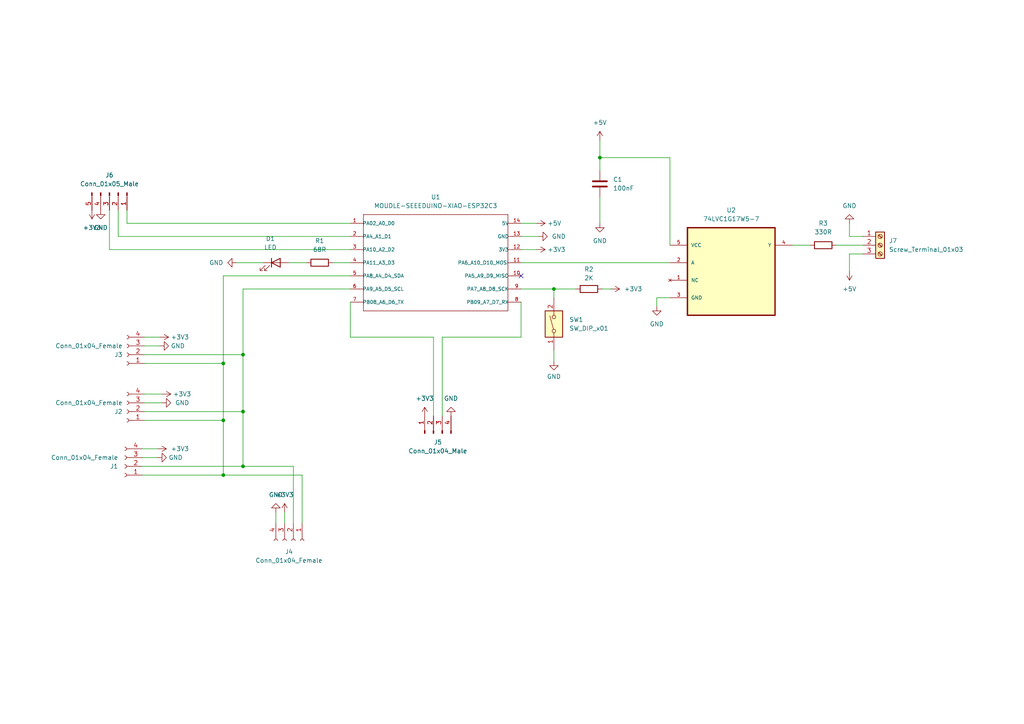
<source format=kicad_sch>
(kicad_sch (version 20211123) (generator eeschema)
  (paper "A4")
  (lib_symbols
    (symbol "74LVC1G17W5-7:74LVC1G17W5-7" (pin_names (offset 1.016))
      (property "Reference" "U" (at -4.78 12.8145 0))
      (property "Value" "74LVC1G17W5-7" (at -4.2714 -19.6026 0))
      (symbol "74LVC1G17W5-7_0_0"
        (rectangle (start -12.7 -15.24) (end 12.7 10.16) (stroke (width 0.4064)) (fill (type background)))
        (pin no_connect line (at -17.78 -5.08 0) (length 5.08) (name "NC") (number "1"))
        (pin input line (at -17.78 0 0) (length 5.08) (name "A") (number "2"))
        (pin passive line (at -17.78 -10.16 0) (length 5.08) (name "GND") (number "3"))
        (pin output line (at 17.78 5.08 180) (length 5.08) (name "Y") (number "4"))
        (pin power_in line (at -17.78 5.08 0) (length 5.08) (name "VCC") (number "5"))
      )
    )
    (symbol "Connector:Conn_01x04_Female" (pin_names (offset 1.016) hide)
      (property "Reference" "J" (at 0 5.08 0))
      (property "Value" "Conn_01x04_Female" (at 0 -7.62 0))
      (symbol "Conn_01x04_Female_1_1"
        (arc (start 0 -4.572) (mid -0.508 -5.08) (end 0 -5.588) (stroke (width 0.1524)))
        (arc (start 0 -2.032) (mid -0.508 -2.54) (end 0 -3.048) (stroke (width 0.1524)))
        (polyline (pts (xy -1.27 -5.08) (xy -0.508 -5.08)) (stroke (width 0.1524)))
        (polyline (pts (xy -1.27 -2.54) (xy -0.508 -2.54)) (stroke (width 0.1524)))
        (polyline (pts (xy -1.27 0) (xy -0.508 0)) (stroke (width 0.1524)))
        (polyline (pts (xy -1.27 2.54) (xy -0.508 2.54)) (stroke (width 0.1524)))
        (arc (start 0 0.508) (mid -0.508 0) (end 0 -0.508) (stroke (width 0.1524)))
        (arc (start 0 3.048) (mid -0.508 2.54) (end 0 2.032) (stroke (width 0.1524)))
        (pin passive line (at -5.08 2.54 0) (length 3.81) (name "Pin_1") (number "1"))
        (pin passive line (at -5.08 0 0) (length 3.81) (name "Pin_2") (number "2"))
        (pin passive line (at -5.08 -2.54 0) (length 3.81) (name "Pin_3") (number "3"))
        (pin passive line (at -5.08 -5.08 0) (length 3.81) (name "Pin_4") (number "4"))
      )
    )
    (symbol "Connector:Conn_01x04_Male" (pin_names (offset 1.016) hide)
      (property "Reference" "J" (at 0 5.08 0))
      (property "Value" "Conn_01x04_Male" (at 0 -7.62 0))
      (symbol "Conn_01x04_Male_1_1"
        (polyline (pts (xy 1.27 -5.08) (xy 0.8636 -5.08)) (stroke (width 0.1524)))
        (polyline (pts (xy 1.27 -2.54) (xy 0.8636 -2.54)) (stroke (width 0.1524)))
        (polyline (pts (xy 1.27 0) (xy 0.8636 0)) (stroke (width 0.1524)))
        (polyline (pts (xy 1.27 2.54) (xy 0.8636 2.54)) (stroke (width 0.1524)))
        (rectangle (start 0.8636 -4.953) (end 0 -5.207) (stroke (width 0.1524)) (fill (type outline)))
        (rectangle (start 0.8636 -2.413) (end 0 -2.667) (stroke (width 0.1524)) (fill (type outline)))
        (rectangle (start 0.8636 0.127) (end 0 -0.127) (stroke (width 0.1524)) (fill (type outline)))
        (rectangle (start 0.8636 2.667) (end 0 2.413) (stroke (width 0.1524)) (fill (type outline)))
        (pin passive line (at 5.08 2.54 180) (length 3.81) (name "Pin_1") (number "1"))
        (pin passive line (at 5.08 0 180) (length 3.81) (name "Pin_2") (number "2"))
        (pin passive line (at 5.08 -2.54 180) (length 3.81) (name "Pin_3") (number "3"))
        (pin passive line (at 5.08 -5.08 180) (length 3.81) (name "Pin_4") (number "4"))
      )
    )
    (symbol "Connector:Conn_01x05_Male" (pin_names (offset 1.016) hide)
      (property "Reference" "J" (at 0 7.62 0))
      (property "Value" "Conn_01x05_Male" (at 0 -7.62 0))
      (symbol "Conn_01x05_Male_1_1"
        (polyline (pts (xy 1.27 -5.08) (xy 0.8636 -5.08)) (stroke (width 0.1524)))
        (polyline (pts (xy 1.27 -2.54) (xy 0.8636 -2.54)) (stroke (width 0.1524)))
        (polyline (pts (xy 1.27 0) (xy 0.8636 0)) (stroke (width 0.1524)))
        (polyline (pts (xy 1.27 2.54) (xy 0.8636 2.54)) (stroke (width 0.1524)))
        (polyline (pts (xy 1.27 5.08) (xy 0.8636 5.08)) (stroke (width 0.1524)))
        (rectangle (start 0.8636 -4.953) (end 0 -5.207) (stroke (width 0.1524)) (fill (type outline)))
        (rectangle (start 0.8636 -2.413) (end 0 -2.667) (stroke (width 0.1524)) (fill (type outline)))
        (rectangle (start 0.8636 0.127) (end 0 -0.127) (stroke (width 0.1524)) (fill (type outline)))
        (rectangle (start 0.8636 2.667) (end 0 2.413) (stroke (width 0.1524)) (fill (type outline)))
        (rectangle (start 0.8636 5.207) (end 0 4.953) (stroke (width 0.1524)) (fill (type outline)))
        (pin passive line (at 5.08 5.08 180) (length 3.81) (name "Pin_1") (number "1"))
        (pin passive line (at 5.08 2.54 180) (length 3.81) (name "Pin_2") (number "2"))
        (pin passive line (at 5.08 0 180) (length 3.81) (name "Pin_3") (number "3"))
        (pin passive line (at 5.08 -2.54 180) (length 3.81) (name "Pin_4") (number "4"))
        (pin passive line (at 5.08 -5.08 180) (length 3.81) (name "Pin_5") (number "5"))
      )
    )
    (symbol "Connector:Screw_Terminal_01x03" (pin_names (offset 1.016) hide)
      (property "Reference" "J" (at 0 5.08 0))
      (property "Value" "Screw_Terminal_01x03" (at 0 -5.08 0))
      (symbol "Screw_Terminal_01x03_1_1"
        (rectangle (start -1.27 3.81) (end 1.27 -3.81) (stroke (width 0.254)) (fill (type background)))
        (circle (center 0 -2.54) (radius 0.635) (stroke (width 0.1524)))
        (polyline (pts (xy -0.5334 -2.2098) (xy 0.3302 -3.048)) (stroke (width 0.1524)))
        (polyline (pts (xy -0.5334 0.3302) (xy 0.3302 -0.508)) (stroke (width 0.1524)))
        (polyline (pts (xy -0.5334 2.8702) (xy 0.3302 2.032)) (stroke (width 0.1524)))
        (polyline (pts (xy -0.3556 -2.032) (xy 0.508 -2.8702)) (stroke (width 0.1524)))
        (polyline (pts (xy -0.3556 0.508) (xy 0.508 -0.3302)) (stroke (width 0.1524)))
        (polyline (pts (xy -0.3556 3.048) (xy 0.508 2.2098)) (stroke (width 0.1524)))
        (circle (center 0 0) (radius 0.635) (stroke (width 0.1524)))
        (circle (center 0 2.54) (radius 0.635) (stroke (width 0.1524)))
        (pin passive line (at -5.08 2.54 0) (length 3.81) (name "Pin_1") (number "1"))
        (pin passive line (at -5.08 0 0) (length 3.81) (name "Pin_2") (number "2"))
        (pin passive line (at -5.08 -2.54 0) (length 3.81) (name "Pin_3") (number "3"))
      )
    )
    (symbol "Device:C" (pin_numbers hide) (pin_names (offset 0.254))
      (property "Reference" "C" (at 0.635 2.54 0))
      (property "Value" "C" (at 0.635 -2.54 0))
      (symbol "C_0_1"
        (polyline (pts (xy -2.032 -0.762) (xy 2.032 -0.762)) (stroke (width 0.508)))
        (polyline (pts (xy -2.032 0.762) (xy 2.032 0.762)) (stroke (width 0.508)))
      )
      (symbol "C_1_1"
        (pin passive line (at 0 3.81 270) (length 2.794) (name "~") (number "1"))
        (pin passive line (at 0 -3.81 90) (length 2.794) (name "~") (number "2"))
      )
    )
    (symbol "Device:LED" (pin_numbers hide) (pin_names (offset 1.016) hide)
      (property "Reference" "D" (at 0 2.54 0))
      (property "Value" "LED" (at 0 -2.54 0))
      (symbol "LED_0_1"
        (polyline (pts (xy -1.27 -1.27) (xy -1.27 1.27)) (stroke (width 0.254)))
        (polyline (pts (xy -1.27 0) (xy 1.27 0)))
        (polyline (pts (xy 1.27 -1.27) (xy 1.27 1.27) (xy -1.27 0) (xy 1.27 -1.27)) (stroke (width 0.254)))
        (polyline (pts (xy -3.048 -0.762) (xy -4.572 -2.286) (xy -3.81 -2.286) (xy -4.572 -2.286) (xy -4.572 -1.524)))
        (polyline (pts (xy -1.778 -0.762) (xy -3.302 -2.286) (xy -2.54 -2.286) (xy -3.302 -2.286) (xy -3.302 -1.524)))
      )
      (symbol "LED_1_1"
        (pin passive line (at -3.81 0 0) (length 2.54) (name "K") (number "1"))
        (pin passive line (at 3.81 0 180) (length 2.54) (name "A") (number "2"))
      )
    )
    (symbol "Device:R" (pin_numbers hide) (pin_names (offset 0))
      (property "Reference" "R" (at 2.032 0 90))
      (property "Value" "R" (at 0 0 90))
      (symbol "R_0_1"
        (rectangle (start -1.016 -2.54) (end 1.016 2.54) (stroke (width 0.254)))
      )
      (symbol "R_1_1"
        (pin passive line (at 0 3.81 270) (length 1.27) (name "~") (number "1"))
        (pin passive line (at 0 -3.81 90) (length 1.27) (name "~") (number "2"))
      )
    )
    (symbol "MOUDLE-SEEEDUINO-XIAO-ESP32C3:MOUDLE-SEEEDUINO-XIAO-ESP32C3" (pin_names (offset 1.016))
      (property "Reference" "U" (at -21.59 15.24 0))
      (property "Value" "MOUDLE-SEEEDUINO-XIAO-ESP32C3" (at -21.59 13.97 0))
      (symbol "MOUDLE-SEEEDUINO-XIAO-ESP32C3_0_0"
        (polyline (pts (xy -21.59 -13.97) (xy -21.59 0)) (stroke (width 0.1524)))
        (polyline (pts (xy -21.59 -11.43) (xy -22.86 -11.43)) (stroke (width 0.1524)))
        (polyline (pts (xy -21.59 -7.62) (xy -22.86 -7.62)) (stroke (width 0.1524)))
        (polyline (pts (xy -21.59 -3.81) (xy -22.86 -3.81)) (stroke (width 0.1524)))
        (polyline (pts (xy -21.59 0) (xy -22.86 0)) (stroke (width 0.1524)))
        (polyline (pts (xy -21.59 0) (xy -21.59 3.81)) (stroke (width 0.1524)))
        (polyline (pts (xy -21.59 3.81) (xy -22.86 3.81)) (stroke (width 0.1524)))
        (polyline (pts (xy -21.59 3.81) (xy -21.59 7.62)) (stroke (width 0.1524)))
        (polyline (pts (xy -21.59 7.62) (xy -22.86 7.62)) (stroke (width 0.1524)))
        (polyline (pts (xy -21.59 7.62) (xy -21.59 11.43)) (stroke (width 0.1524)))
        (polyline (pts (xy -21.59 11.43) (xy -22.86 11.43)) (stroke (width 0.1524)))
        (polyline (pts (xy -21.59 11.43) (xy -21.59 13.97)) (stroke (width 0.1524)))
        (polyline (pts (xy -21.59 13.97) (xy 20.32 13.97)) (stroke (width 0.1524)))
        (polyline (pts (xy 20.32 -13.97) (xy -21.59 -13.97)) (stroke (width 0.1524)))
        (polyline (pts (xy 20.32 3.81) (xy 20.32 -13.97)) (stroke (width 0.1524)))
        (polyline (pts (xy 20.32 7.62) (xy 20.32 3.81)) (stroke (width 0.1524)))
        (polyline (pts (xy 20.32 11.43) (xy 20.32 7.62)) (stroke (width 0.1524)))
        (polyline (pts (xy 20.32 13.97) (xy 20.32 11.43)) (stroke (width 0.1524)))
        (polyline (pts (xy 21.59 -11.43) (xy 20.32 -11.43)) (stroke (width 0.1524)))
        (polyline (pts (xy 21.59 -7.62) (xy 20.32 -7.62)) (stroke (width 0.1524)))
        (polyline (pts (xy 21.59 -3.81) (xy 20.32 -3.81)) (stroke (width 0.1524)))
        (polyline (pts (xy 21.59 0) (xy 20.32 0)) (stroke (width 0.1524)))
        (polyline (pts (xy 21.59 3.81) (xy 20.32 3.81)) (stroke (width 0.1524)))
        (polyline (pts (xy 21.59 7.62) (xy 20.32 7.62)) (stroke (width 0.1524)))
        (polyline (pts (xy 21.59 11.43) (xy 20.32 11.43)) (stroke (width 0.1524)))
        (pin bidirectional line (at -25.4 11.43 0) (length 2.54) (name "PA02_A0_D0") (number "1"))
        (pin bidirectional line (at 24.13 -3.81 180) (length 2.54) (name "PA5_A9_D9_MISO") (number "10"))
        (pin bidirectional line (at 24.13 0 180) (length 2.54) (name "PA6_A10_D10_MOSI") (number "11"))
        (pin bidirectional line (at 24.13 3.81 180) (length 2.54) (name "3V3") (number "12"))
        (pin bidirectional line (at 24.13 7.62 180) (length 2.54) (name "GND") (number "13"))
        (pin bidirectional line (at 24.13 11.43 180) (length 2.54) (name "5V") (number "14"))
        (pin bidirectional line (at -25.4 7.62 0) (length 2.54) (name "PA4_A1_D1") (number "2"))
        (pin bidirectional line (at -25.4 3.81 0) (length 2.54) (name "PA10_A2_D2") (number "3"))
        (pin bidirectional line (at -25.4 0 0) (length 2.54) (name "PA11_A3_D3") (number "4"))
        (pin bidirectional line (at -25.4 -3.81 0) (length 2.54) (name "PA8_A4_D4_SDA") (number "5"))
        (pin bidirectional line (at -25.4 -7.62 0) (length 2.54) (name "PA9_A5_D5_SCL") (number "6"))
        (pin bidirectional line (at -25.4 -11.43 0) (length 2.54) (name "PB08_A6_D6_TX") (number "7"))
        (pin bidirectional line (at 24.13 -11.43 180) (length 2.54) (name "PB09_A7_D7_RX") (number "8"))
        (pin bidirectional line (at 24.13 -7.62 180) (length 2.54) (name "PA7_A8_D8_SCK") (number "9"))
      )
    )
    (symbol "Switch:SW_DIP_x01" (pin_names (offset 0) hide)
      (property "Reference" "SW" (at 0 3.81 0))
      (property "Value" "SW_DIP_x01" (at 0 -3.81 0))
      (symbol "SW_DIP_x01_0_0"
        (circle (center -2.032 0) (radius 0.508))
        (polyline (pts (xy -1.524 0.127) (xy 2.3622 1.1684)))
        (circle (center 2.032 0) (radius 0.508))
      )
      (symbol "SW_DIP_x01_0_1"
        (rectangle (start -3.81 2.54) (end 3.81 -2.54) (stroke (width 0.254)) (fill (type background)))
      )
      (symbol "SW_DIP_x01_1_1"
        (pin passive line (at -7.62 0 0) (length 5.08) (name "~") (number "1"))
        (pin passive line (at 7.62 0 180) (length 5.08) (name "~") (number "2"))
      )
    )
    (symbol "power:+3.3V" (power) (pin_names (offset 0))
      (property "Value" "+3.3V" (at 0 3.556 0))
      (symbol "+3.3V_0_1"
        (polyline (pts (xy -0.762 1.27) (xy 0 2.54)))
        (polyline (pts (xy 0 0) (xy 0 2.54)))
        (polyline (pts (xy 0 2.54) (xy 0.762 1.27)))
      )
      (symbol "+3.3V_1_1"
        (pin power_in line (at 0 0 90) (length 0) hide (name "+3V3") (number "1"))
      )
    )
    (symbol "power:+5V" (power) (pin_names (offset 0))
      (property "Value" "+5V" (at 0 3.556 0))
      (symbol "+5V_0_1"
        (polyline (pts (xy -0.762 1.27) (xy 0 2.54)))
        (polyline (pts (xy 0 0) (xy 0 2.54)))
        (polyline (pts (xy 0 2.54) (xy 0.762 1.27)))
      )
      (symbol "+5V_1_1"
        (pin power_in line (at 0 0 90) (length 0) hide (name "+5V") (number "1"))
      )
    )
    (symbol "power:GND" (power) (pin_names (offset 0))
      (property "Value" "GND" (at 0 -3.81 0))
      (symbol "GND_0_1"
        (polyline (pts (xy 0 0) (xy 0 -1.27) (xy 1.27 -1.27) (xy 0 -2.54) (xy -1.27 -1.27) (xy 0 -1.27)))
      )
      (symbol "GND_1_1"
        (pin power_in line (at 0 0 270) (length 0) hide (name "GND") (number "1"))
      )
    )
  )
  (junction (at 70.485 135.255))
  (junction (at 70.485 119.38))
  (junction (at 173.99 45.72))
  (junction (at 70.485 102.87))
  (junction (at 64.77 105.41))
  (junction (at 160.655 83.82))
  (junction (at 64.77 121.92))
  (junction (at 64.77 137.795))
  (no_connect (at 151.13 80.01))
  (wire (pts (xy 151.13 68.58) (xy 156.21 68.58)))
  (wire (pts (xy 174.625 83.82) (xy 177.165 83.82)))
  (wire (pts (xy 64.77 121.92) (xy 64.77 137.795)))
  (wire (pts (xy 101.6 97.79) (xy 125.73 97.79)))
  (wire (pts (xy 85.09 135.255) (xy 85.09 151.765)))
  (wire (pts (xy 41.275 130.175) (xy 45.72 130.175)))
  (wire (pts (xy 70.485 83.82) (xy 70.485 102.87)))
  (wire (pts (xy 41.275 132.715) (xy 45.72 132.715)))
  (wire (pts (xy 85.09 135.255) (xy 70.485 135.255)))
  (wire (pts (xy 151.13 97.79) (xy 128.27 97.79)))
  (wire (pts (xy 41.91 97.79) (xy 46.355 97.79)))
  (wire (pts (xy 34.29 68.58) (xy 101.6 68.58)))
  (wire (pts (xy 173.99 57.15) (xy 173.99 64.77)))
  (wire (pts (xy 70.485 119.38) (xy 70.485 135.255)))
  (wire (pts (xy 173.99 40.64) (xy 173.99 45.72)))
  (wire (pts (xy 151.13 83.82) (xy 160.655 83.82)))
  (wire (pts (xy 128.27 97.79) (xy 128.27 120.65)))
  (wire (pts (xy 151.13 76.2) (xy 194.31 76.2)))
  (wire (pts (xy 246.38 64.77) (xy 246.38 68.58)))
  (wire (pts (xy 64.77 137.795) (xy 41.275 137.795)))
  (wire (pts (xy 246.38 73.66) (xy 250.19 73.66)))
  (wire (pts (xy 101.6 83.82) (xy 70.485 83.82)))
  (wire (pts (xy 34.29 60.96) (xy 34.29 68.58)))
  (wire (pts (xy 80.01 148.59) (xy 80.01 151.765)))
  (wire (pts (xy 151.13 72.39) (xy 155.575 72.39)))
  (wire (pts (xy 246.38 78.74) (xy 246.38 73.66)))
  (wire (pts (xy 41.91 105.41) (xy 64.77 105.41)))
  (wire (pts (xy 151.13 64.77) (xy 155.575 64.77)))
  (wire (pts (xy 246.38 68.58) (xy 250.19 68.58)))
  (wire (pts (xy 41.91 102.87) (xy 70.485 102.87)))
  (wire (pts (xy 41.91 114.3) (xy 46.99 114.3)))
  (wire (pts (xy 173.99 45.72) (xy 173.99 49.53)))
  (wire (pts (xy 101.6 80.01) (xy 64.77 80.01)))
  (wire (pts (xy 190.5 86.36) (xy 194.31 86.36)))
  (wire (pts (xy 151.13 87.63) (xy 151.13 97.79)))
  (wire (pts (xy 41.91 116.84) (xy 46.99 116.84)))
  (wire (pts (xy 87.63 137.795) (xy 87.63 151.765)))
  (wire (pts (xy 229.87 71.12) (xy 234.95 71.12)))
  (wire (pts (xy 70.485 102.87) (xy 70.485 119.38)))
  (wire (pts (xy 41.91 121.92) (xy 64.77 121.92)))
  (wire (pts (xy 83.82 76.2) (xy 88.9 76.2)))
  (wire (pts (xy 36.83 64.77) (xy 36.83 60.96)))
  (wire (pts (xy 31.75 72.39) (xy 101.6 72.39)))
  (wire (pts (xy 160.655 101.6) (xy 160.655 104.775)))
  (wire (pts (xy 64.77 137.795) (xy 87.63 137.795)))
  (wire (pts (xy 70.485 135.255) (xy 41.275 135.255)))
  (wire (pts (xy 125.73 97.79) (xy 125.73 120.65)))
  (wire (pts (xy 194.31 45.72) (xy 194.31 71.12)))
  (wire (pts (xy 41.91 119.38) (xy 70.485 119.38)))
  (wire (pts (xy 96.52 76.2) (xy 101.6 76.2)))
  (wire (pts (xy 31.75 60.96) (xy 31.75 72.39)))
  (wire (pts (xy 101.6 87.63) (xy 101.6 97.79)))
  (wire (pts (xy 82.55 148.59) (xy 82.55 151.765)))
  (wire (pts (xy 64.77 80.01) (xy 64.77 105.41)))
  (wire (pts (xy 190.5 88.9) (xy 190.5 86.36)))
  (wire (pts (xy 68.58 76.2) (xy 76.2 76.2)))
  (wire (pts (xy 160.655 83.82) (xy 160.655 86.36)))
  (wire (pts (xy 101.6 64.77) (xy 36.83 64.77)))
  (wire (pts (xy 64.77 105.41) (xy 64.77 121.92)))
  (wire (pts (xy 242.57 71.12) (xy 250.19 71.12)))
  (wire (pts (xy 41.91 100.33) (xy 46.355 100.33)))
  (wire (pts (xy 173.99 45.72) (xy 194.31 45.72)))
  (wire (pts (xy 160.655 83.82) (xy 167.005 83.82)))
  (symbol (lib_id "power:+3.3V") (at 123.19 120.65 0) (unit 1)
    (property "Reference" "#PWR0104" (effects hide))
    (property "Value" "+3.3V" (at 123.19 115.57 0))
  )
  (symbol (lib_id "power:GND") (at 29.21 60.96 0) (unit 1)
    (property "Reference" "#PWR0102" (effects hide))
    (property "Value" "GND" (at 29.21 66.04 0))
  )
  (symbol (lib_id "power:GND") (at 45.72 132.715 90) (unit 1)
    (property "Reference" "#PWR023" (effects hide))
    (property "Value" "GND" (at 48.895 132.7149 90) (effects (justify right)))
  )
  (symbol (lib_id "Device:LED") (at 80.01 76.2 0) (unit 1)
    (property "Reference" "D1" (at 78.4225 69.215 0))
    (property "Value" "LED" (at 78.4225 71.755 0))
    (property "Footprint" "LED_SMD:LED_1206_3216Metric" (effects hide))
  )
  (symbol (lib_id "power:GND") (at 156.21 68.58 90) (unit 1)
    (property "Reference" "#PWR012" (effects hide))
    (property "Value" "GND" (at 160.02 68.5799 90) (effects (justify right)))
  )
  (symbol (lib_id "power:+3.3V") (at 155.575 72.39 270) (unit 1)
    (property "Reference" "#PWR011" (effects hide))
    (property "Value" "+3.3V" (at 158.75 72.3899 90) (effects (justify left)))
  )
  (symbol (lib_id "power:+5V") (at 155.575 64.77 270) (unit 1)
    (property "Reference" "#PWR010" (effects hide))
    (property "Value" "+5V" (at 158.75 64.7699 90) (effects (justify left)))
  )
  (symbol (lib_id "Connector:Screw_Terminal_01x03") (at 255.27 71.12 0) (unit 1)
    (property "Reference" "J7" (at 257.81 69.8499 0) (effects (justify left)))
    (property "Value" "Screw_Terminal_01x03" (at 257.81 72.3899 0) (effects (justify left)))
    (property "Footprint" "TerminalBlock_Phoenix:TerminalBlock_Phoenix_MKDS-1,5-3_1x03_P5.00mm_Horizontal" (effects hide))
  )
  (symbol (lib_id "power:+3.3V") (at 46.99 114.3 270) (unit 1)
    (property "Reference" "#PWR026" (effects hide))
    (property "Value" "+3.3V" (at 50.165 114.2999 90) (effects (justify left)))
  )
  (symbol (lib_id "Device:R") (at 170.815 83.82 90) (unit 1)
    (property "Reference" "R2" (at 170.815 78.105 90))
    (property "Value" "2K" (at 170.815 80.645 90))
    (property "Footprint" "Resistor_SMD:R_0603_1608Metric_Pad0.98x0.95mm_HandSolder" (effects hide))
  )
  (symbol (lib_id "power:+3.3V") (at 46.355 97.79 270) (unit 1)
    (property "Reference" "#PWR024" (effects hide))
    (property "Value" "+3.3V" (at 49.53 97.7899 90) (effects (justify left)))
  )
  (symbol (lib_id "Connector:Conn_01x04_Female") (at 36.83 119.38 180) (unit 1)
    (property "Reference" "J2" (at 35.56 119.3801 0) (effects (justify left)))
    (property "Value" "Conn_01x04_Female" (at 35.56 116.8401 0) (effects (justify left)))
    (property "Footprint" "Connector_PinHeader_2.54mm:PinHeader_1x04_P2.54mm_Vertical" (effects hide))
  )
  (symbol (lib_id "power:+5V") (at 246.38 78.74 180) (unit 1)
    (property "Reference" "#PWR0107" (effects hide))
    (property "Value" "+5V" (at 246.38 83.82 0))
  )
  (symbol (lib_id "power:GND") (at 130.81 120.65 180) (unit 1)
    (property "Reference" "#PWR0103" (effects hide))
    (property "Value" "GND" (at 130.81 115.57 0))
  )
  (symbol (lib_id "74LVC1G17W5-7:74LVC1G17W5-7") (at 212.09 76.2 0) (unit 1)
    (property "Reference" "U2" (at 212.09 60.96 0))
    (property "Value" "74LVC1G17W5-7" (at 212.09 63.5 0))
    (property "Footprint" "SOT95P280X145-5N" (effects hide))
    (property "MPN" "74LVC1G17W5-7" (effects hide))
    (property "OC_FARNELL" "1893835" (effects hide))
    (property "OC_NEWARK" "47T3922" (effects hide))
    (property "PACKAGE" "SOT-5" (effects hide))
    (property "SUPPLIER" "DIODES INC." (effects hide))
  )
  (symbol (lib_id "Switch:SW_DIP_x01") (at 160.655 93.98 90) (unit 1)
    (property "Reference" "SW1" (at 165.1 92.7099 90) (effects (justify right)))
    (property "Value" "SW_DIP_x01" (at 165.1 95.2499 90) (effects (justify right)))
    (property "Footprint" "Button_Switch_THT:SW_PUSH_6mm_H4.3mm" (effects hide))
  )
  (symbol (lib_id "power:GND") (at 46.99 116.84 90) (unit 1)
    (property "Reference" "#PWR027" (effects hide))
    (property "Value" "GND" (at 50.8 116.8399 90) (effects (justify right)))
  )
  (symbol (lib_id "Connector:Conn_01x04_Female") (at 85.09 156.845 270) (unit 1)
    (property "Reference" "J4" (at 83.82 160.02 90))
    (property "Value" "Conn_01x04_Female" (at 83.82 162.56 90))
    (property "Footprint" "Connector_PinHeader_2.54mm:PinHeader_1x04_P2.54mm_Vertical" (effects hide))
  )
  (symbol (lib_id "power:GND") (at 80.01 148.59 180) (unit 1)
    (property "Reference" "#PWR08" (effects hide))
    (property "Value" "GND" (at 80.01 143.51 0))
  )
  (symbol (lib_id "power:+5V") (at 173.99 40.64 0) (unit 1)
    (property "Reference" "#PWR0105" (effects hide))
    (property "Value" "+5V" (at 173.99 35.56 0))
  )
  (symbol (lib_id "power:+3.3V") (at 82.55 148.59 0) (unit 1)
    (property "Reference" "#PWR09" (effects hide))
    (property "Value" "+3.3V" (at 82.55 143.51 0))
  )
  (symbol (lib_id "power:+3.3V") (at 26.67 60.96 180) (unit 1)
    (property "Reference" "#PWR0101" (effects hide))
    (property "Value" "+3.3V" (at 26.67 66.04 0))
  )
  (symbol (lib_id "Connector:Conn_01x04_Female") (at 36.83 102.87 180) (unit 1)
    (property "Reference" "J3" (at 35.56 102.8701 0) (effects (justify left)))
    (property "Value" "Conn_01x04_Female" (at 35.56 100.3301 0) (effects (justify left)))
    (property "Footprint" "Connector_PinHeader_2.54mm:PinHeader_1x04_P2.54mm_Vertical" (effects hide))
  )
  (symbol (lib_id "Device:R") (at 92.71 76.2 270) (unit 1)
    (property "Reference" "R1" (at 92.71 69.85 90))
    (property "Value" "68R" (at 92.71 72.39 90))
    (property "Footprint" "Resistor_SMD:R_0603_1608Metric_Pad0.98x0.95mm_HandSolder" (effects hide))
  )
  (symbol (lib_id "Device:C") (at 173.99 53.34 0) (unit 1)
    (property "Reference" "C1" (at 177.8 52.0699 0) (effects (justify left)))
    (property "Value" "100nF" (at 177.8 54.6099 0) (effects (justify left)))
  )
  (symbol (lib_id "Connector:Conn_01x05_Male") (at 31.75 55.88 270) (unit 1)
    (property "Reference" "J6" (at 31.75 50.8 90))
    (property "Value" "Conn_01x05_Male" (at 31.75 53.34 90))
    (property "Footprint" "Connector_PinHeader_2.54mm:PinHeader_1x05_P2.54mm_Vertical" (effects hide))
  )
  (symbol (lib_id "power:GND") (at 46.355 100.33 90) (unit 1)
    (property "Reference" "#PWR025" (effects hide))
    (property "Value" "GND" (at 49.53 100.3299 90) (effects (justify right)))
  )
  (symbol (lib_id "power:GND") (at 246.38 64.77 180) (unit 1)
    (property "Reference" "#PWR0108" (effects hide))
    (property "Value" "GND" (at 246.38 59.69 0))
  )
  (symbol (lib_id "Device:R") (at 238.76 71.12 90) (unit 1)
    (property "Reference" "R3" (at 238.76 64.77 90))
    (property "Value" "330R" (at 238.76 67.31 90))
    (property "Footprint" "Resistor_SMD:R_0603_1608Metric_Pad0.98x0.95mm_HandSolder" (effects hide))
  )
  (symbol (lib_id "Connector:Conn_01x04_Male") (at 125.73 125.73 90) (unit 1)
    (property "Reference" "J5" (at 127 128.27 90))
    (property "Value" "Conn_01x04_Male" (at 127 130.81 90))
    (property "Footprint" "Connector_PinHeader_2.54mm:PinHeader_1x04_P2.54mm_Vertical" (effects hide))
  )
  (symbol (lib_id "power:GND") (at 160.655 104.775 0) (unit 1)
    (property "Reference" "#PWR013" (effects hide))
    (property "Value" "GND" (at 160.655 109.22 0))
  )
  (symbol (lib_id "power:GND") (at 190.5 88.9 0) (unit 1)
    (property "Reference" "#PWR01" (effects hide))
    (property "Value" "GND" (at 190.5 93.98 0))
  )
  (symbol (lib_id "Connector:Conn_01x04_Female") (at 36.195 135.255 180) (unit 1)
    (property "Reference" "J1" (at 34.29 135.2551 0) (effects (justify left)))
    (property "Value" "Conn_01x04_Female" (at 34.29 132.7151 0) (effects (justify left)))
    (property "Footprint" "Connector_PinHeader_2.54mm:PinHeader_1x04_P2.54mm_Vertical" (effects hide))
  )
  (symbol (lib_id "MOUDLE-SEEEDUINO-XIAO-ESP32C3:MOUDLE-SEEEDUINO-XIAO-ESP32C3") (at 127 76.2 0) (unit 1)
    (property "Reference" "U1" (at 126.365 57.15 0))
    (property "Value" "MOUDLE-SEEEDUINO-XIAO-ESP32C3" (at 126.365 59.69 0))
    (property "Footprint" "xiao ESP32C3_PCB:MOUDLE14P-SMD-2.54-21X17.8MM" (effects hide))
  )
  (symbol (lib_id "power:+3.3V") (at 45.72 130.175 270) (unit 1)
    (property "Reference" "#PWR022" (effects hide))
    (property "Value" "+3.3V" (at 49.53 130.1749 90) (effects (justify left)))
  )
  (symbol (lib_id "power:GND") (at 173.99 64.77 0) (unit 1)
    (property "Reference" "#PWR0106" (effects hide))
    (property "Value" "GND" (at 173.99 69.85 0))
  )
  (symbol (lib_id "power:+3.3V") (at 177.165 83.82 270) (unit 1)
    (property "Reference" "#PWR016" (effects hide))
    (property "Value" "+3.3V" (at 180.975 83.8199 90) (effects (justify left)))
  )
  (symbol (lib_id "power:GND") (at 68.58 76.2 270) (unit 1)
    (property "Reference" "#PWR07" (effects hide))
    (property "Value" "GND" (at 64.77 76.1999 90) (effects (justify right)))
  )
)
</source>
